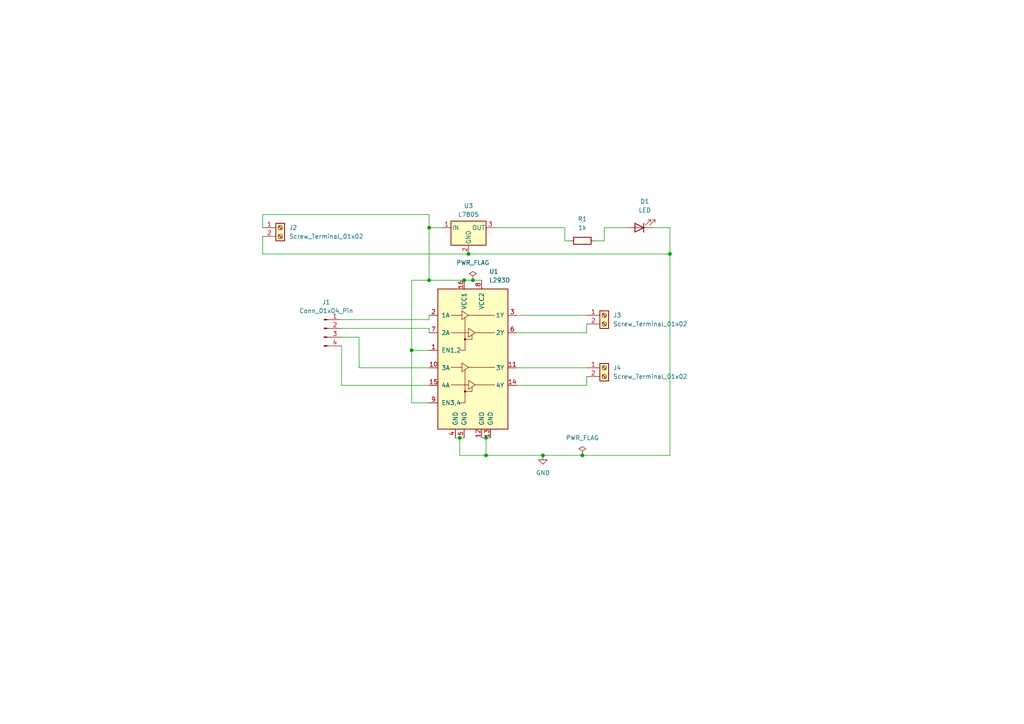
<source format=kicad_sch>
(kicad_sch (version 20250114) (generator "eeschema") (generator_version "9.0")
  (paper "A4")
  (lib_symbols
    (symbol "Connector:Conn_01x04_Pin" (pin_names (offset 1.016) (hide yes))
      (property "Reference" "J" (at 0 5.08 0))
      (property "Value" "Conn_01x04_Pin" (at 0 -7.62 0))
      (symbol "Conn_01x04_Pin_1_1"
        (rectangle (start 0.8636 2.667) (end 0 2.413) (stroke (width 0.1524)) (fill (type outline)))
        (rectangle (start 0.8636 0.127) (end 0 -0.127) (stroke (width 0.1524)) (fill (type outline)))
        (rectangle (start 0.8636 -2.413) (end 0 -2.667) (stroke (width 0.1524)) (fill (type outline)))
        (rectangle (start 0.8636 -4.953) (end 0 -5.207) (stroke (width 0.1524)) (fill (type outline)))
        (polyline (pts (xy 1.27 2.54) (xy 0.8636 2.54)) (stroke (width 0.1524)))
        (polyline (pts (xy 1.27 0) (xy 0.8636 0)) (stroke (width 0.1524)))
        (polyline (pts (xy 1.27 -2.54) (xy 0.8636 -2.54)) (stroke (width 0.1524)))
        (polyline (pts (xy 1.27 -5.08) (xy 0.8636 -5.08)) (stroke (width 0.1524)))
        (pin passive line (at 5.08 2.54 180) (length 3.81) (name "Pin_1") (number "1"))
        (pin passive line (at 5.08 0 180) (length 3.81) (name "Pin_2") (number "2"))
        (pin passive line (at 5.08 -2.54 180) (length 3.81) (name "Pin_3") (number "3"))
        (pin passive line (at 5.08 -5.08 180) (length 3.81) (name "Pin_4") (number "4"))
      )
    )
    (symbol "Connector:Screw_Terminal_01x02" (pin_names (offset 1.016) (hide yes))
      (property "Reference" "J" (at 0 2.54 0))
      (property "Value" "Screw_Terminal_01x02" (at 0 -5.08 0))
      (symbol "Screw_Terminal_01x02_1_1"
        (rectangle (start -1.27 1.27) (end 1.27 -3.81) (stroke (width 0.254)) (fill (type background)))
        (polyline (pts (xy -0.5334 0.3302) (xy 0.3302 -0.508)) (stroke (width 0.1524)))
        (polyline (pts (xy -0.5334 -2.2098) (xy 0.3302 -3.048)) (stroke (width 0.1524)))
        (polyline (pts (xy -0.3556 0.508) (xy 0.508 -0.3302)) (stroke (width 0.1524)))
        (polyline (pts (xy -0.3556 -2.032) (xy 0.508 -2.8702)) (stroke (width 0.1524)))
        (circle (center 0 0) (radius 0.635) (stroke (width 0.1524)))
        (circle (center 0 -2.54) (radius 0.635) (stroke (width 0.1524)))
        (pin passive line (at -5.08 0 0) (length 3.81) (name "Pin_1") (number "1"))
        (pin passive line (at -5.08 -2.54 0) (length 3.81) (name "Pin_2") (number "2"))
      )
    )
    (symbol "Device:LED" (pin_numbers (hide yes)) (pin_names (offset 1.016) (hide yes))
      (property "Reference" "D" (at 0 2.54 0))
      (property "Value" "LED" (at 0 -2.54 0))
      (symbol "LED_0_1"
        (polyline (pts (xy -3.048 -0.762) (xy -4.572 -2.286) (xy -3.81 -2.286) (xy -4.572 -2.286) (xy -4.572 -1.524)))
        (polyline (pts (xy -1.778 -0.762) (xy -3.302 -2.286) (xy -2.54 -2.286) (xy -3.302 -2.286) (xy -3.302 -1.524)))
        (polyline (pts (xy -1.27 0) (xy 1.27 0)))
        (polyline (pts (xy -1.27 -1.27) (xy -1.27 1.27)) (stroke (width 0.254)))
        (polyline (pts (xy 1.27 -1.27) (xy 1.27 1.27) (xy -1.27 0) (xy 1.27 -1.27)) (stroke (width 0.254)))
      )
      (symbol "LED_1_1"
        (pin passive line (at -3.81 0 0) (length 2.54) (name "K") (number "1"))
        (pin passive line (at 3.81 0 180) (length 2.54) (name "A") (number "2"))
      )
    )
    (symbol "Device:R" (pin_numbers (hide yes)) (pin_names (offset 0))
      (property "Reference" "R" (at 2.032 0 90))
      (property "Value" "R" (at 0 0 90))
      (symbol "R_0_1"
        (rectangle (start -1.016 -2.54) (end 1.016 2.54) (stroke (width 0.254)))
      )
      (symbol "R_1_1"
        (pin passive line (at 0 3.81 270) (length 1.27) (name "~") (number "1"))
        (pin passive line (at 0 -3.81 90) (length 1.27) (name "~") (number "2"))
      )
    )
    (symbol "Driver_Motor:L293D" (pin_names (offset 1.016))
      (property "Reference" "U" (at -5.08 26.035 0))
      (property "Value" "L293D" (at -5.08 24.13 0))
      (symbol "L293D_0_1"
        (rectangle (start -10.16 22.86) (end 10.16 -17.78) (stroke (width 0.254)) (fill (type background)))
        (polyline (pts (xy -6.35 15.24) (xy -3.175 15.24)))
        (polyline (pts (xy -6.35 10.16) (xy -1.27 10.16)))
        (polyline (pts (xy -6.35 0.127) (xy -3.175 0.127)))
        (polyline (pts (xy -6.35 -4.953) (xy -1.27 -4.953)))
        (polyline (pts (xy -3.175 16.51) (xy -3.175 13.97) (xy -1.27 15.24) (xy -3.175 16.51)))
        (polyline (pts (xy -3.175 1.397) (xy -3.175 -1.143) (xy -1.27 0.127) (xy -3.175 1.397)))
        (polyline (pts (xy -2.286 14.478) (xy -2.286 5.08) (xy -3.556 5.08)))
        (circle (center -2.286 8.255) (radius 0.254) (fill (type outline)))
        (polyline (pts (xy -2.286 8.255) (xy -0.254 8.255) (xy -0.254 9.525)))
        (polyline (pts (xy -2.286 -0.635) (xy -2.286 -10.16) (xy -3.556 -10.16)))
        (circle (center -2.286 -6.858) (radius 0.254) (fill (type outline)))
        (polyline (pts (xy -2.286 -6.858) (xy -0.254 -6.858) (xy -0.254 -5.588)))
        (polyline (pts (xy -1.27 15.24) (xy 6.35 15.24)))
        (polyline (pts (xy -1.27 11.43) (xy -1.27 8.89) (xy 0.635 10.16) (xy -1.27 11.43)))
        (polyline (pts (xy -1.27 0.127) (xy 6.35 0.127)))
        (polyline (pts (xy -1.27 -3.683) (xy -1.27 -6.223) (xy 0.635 -4.953) (xy -1.27 -3.683)))
        (polyline (pts (xy 0.635 10.16) (xy 6.35 10.16)))
        (polyline (pts (xy 0.635 -4.953) (xy 6.35 -4.953)))
      )
      (symbol "L293D_1_1"
        (pin input line (at -12.7 15.24 0) (length 2.54) (name "1A") (number "2"))
        (pin input line (at -12.7 10.16 0) (length 2.54) (name "2A") (number "7"))
        (pin input line (at -12.7 5.08 0) (length 2.54) (name "EN1,2") (number "1"))
        (pin input line (at -12.7 0 0) (length 2.54) (name "3A") (number "10"))
        (pin input line (at -12.7 -5.08 0) (length 2.54) (name "4A") (number "15"))
        (pin input line (at -12.7 -10.16 0) (length 2.54) (name "EN3,4") (number "9"))
        (pin power_in line (at -5.08 -20.32 90) (length 2.54) (name "GND") (number "4"))
        (pin power_in line (at -2.54 25.4 270) (length 2.54) (name "VCC1") (number "16"))
        (pin power_in line (at -2.54 -20.32 90) (length 2.54) (name "GND") (number "5"))
        (pin power_in line (at 2.54 25.4 270) (length 2.54) (name "VCC2") (number "8"))
        (pin power_in line (at 2.54 -20.32 90) (length 2.54) (name "GND") (number "12"))
        (pin power_in line (at 5.08 -20.32 90) (length 2.54) (name "GND") (number "13"))
        (pin output line (at 12.7 15.24 180) (length 2.54) (name "1Y") (number "3"))
        (pin output line (at 12.7 10.16 180) (length 2.54) (name "2Y") (number "6"))
        (pin output line (at 12.7 0 180) (length 2.54) (name "3Y") (number "11"))
        (pin output line (at 12.7 -5.08 180) (length 2.54) (name "4Y") (number "14"))
      )
    )
    (symbol "Regulator_Linear:L7805" (pin_names (offset 0.254))
      (property "Reference" "U" (at -3.81 3.175 0))
      (property "Value" "L7805" (at 0 3.175 0))
      (symbol "L7805_0_1"
        (rectangle (start -5.08 1.905) (end 5.08 -5.08) (stroke (width 0.254)) (fill (type background)))
      )
      (symbol "L7805_1_1"
        (pin power_in line (at -7.62 0 0) (length 2.54) (name "IN") (number "1"))
        (pin power_in line (at 0 -7.62 90) (length 2.54) (name "GND") (number "2"))
        (pin power_out line (at 7.62 0 180) (length 2.54) (name "OUT") (number "3"))
      )
    )
    (symbol "power:GND" (power) (pin_numbers (hide yes)) (pin_names (offset 0) (hide yes))
      (property "Value" "GND" (at 0 -3.81 0))
      (symbol "GND_0_1"
        (polyline (pts (xy 0 0) (xy 0 -1.27) (xy 1.27 -1.27) (xy 0 -2.54) (xy -1.27 -1.27) (xy 0 -1.27)))
      )
      (symbol "GND_1_1"
        (pin power_in line (at 0 0 270) (length 0) (name "~") (number "1"))
      )
    )
    (symbol "power:PWR_FLAG" (power) (pin_numbers (hide yes)) (pin_names (offset 0) (hide yes))
      (property "Value" "PWR_FLAG" (at 0 3.81 0))
      (symbol "PWR_FLAG_0_0"
        (pin power_out line (at 0 0 90) (length 0) (name "~") (number "1"))
      )
      (symbol "PWR_FLAG_0_1"
        (polyline (pts (xy 0 0) (xy 0 1.27) (xy -1.016 1.905) (xy 0 2.54) (xy 1.016 1.905) (xy 0 1.27)))
      )
    )
  )
  (junction (at 157.48 132.08))
  (junction (at 124.46 66.04))
  (junction (at 124.46 81.28))
  (junction (at 133.35 127))
  (junction (at 135.89 73.66))
  (junction (at 140.97 132.08))
  (junction (at 194.31 73.66))
  (junction (at 119.38 101.6))
  (junction (at 134.62 81.28))
  (junction (at 168.91 132.08))
  (junction (at 140.97 127))
  (junction (at 137.16 81.28))
  (wire (pts (xy 149.86 106.68) (xy 170.18 106.68)))
  (wire (pts (xy 194.31 66.04) (xy 194.31 73.66)))
  (wire (pts (xy 170.18 96.52) (xy 170.18 93.98)))
  (wire (pts (xy 99.06 100.33) (xy 99.06 111.76)))
  (wire (pts (xy 124.46 62.23) (xy 124.46 66.04)))
  (wire (pts (xy 124.46 95.25) (xy 124.46 96.52)))
  (wire (pts (xy 170.18 111.76) (xy 170.18 109.22)))
  (wire (pts (xy 140.97 127) (xy 142.24 127)))
  (wire (pts (xy 99.06 92.71) (xy 124.46 92.71)))
  (wire (pts (xy 133.35 127) (xy 133.35 132.08)))
  (wire (pts (xy 140.97 132.08) (xy 133.35 132.08)))
  (wire (pts (xy 76.2 62.23) (xy 124.46 62.23)))
  (wire (pts (xy 119.38 101.6) (xy 124.46 101.6)))
  (wire (pts (xy 175.26 69.85) (xy 175.26 66.04)))
  (wire (pts (xy 139.7 127) (xy 140.97 127)))
  (wire (pts (xy 119.38 101.6) (xy 119.38 81.28)))
  (wire (pts (xy 135.89 73.66) (xy 194.31 73.66)))
  (wire (pts (xy 140.97 127) (xy 140.97 132.08)))
  (wire (pts (xy 124.46 66.04) (xy 124.46 81.28)))
  (wire (pts (xy 99.06 111.76) (xy 124.46 111.76)))
  (wire (pts (xy 76.2 68.58) (xy 76.2 73.66)))
  (wire (pts (xy 124.46 106.68) (xy 104.14 106.68)))
  (wire (pts (xy 189.23 66.04) (xy 194.31 66.04)))
  (wire (pts (xy 175.26 66.04) (xy 181.61 66.04)))
  (wire (pts (xy 149.86 96.52) (xy 170.18 96.52)))
  (wire (pts (xy 76.2 66.04) (xy 76.2 62.23)))
  (wire (pts (xy 172.72 69.85) (xy 175.26 69.85)))
  (wire (pts (xy 76.2 73.66) (xy 135.89 73.66)))
  (wire (pts (xy 104.14 106.68) (xy 104.14 97.79)))
  (wire (pts (xy 157.48 132.08) (xy 140.97 132.08)))
  (wire (pts (xy 133.35 127) (xy 134.62 127)))
  (wire (pts (xy 128.27 66.04) (xy 124.46 66.04)))
  (wire (pts (xy 168.91 132.08) (xy 157.48 132.08)))
  (wire (pts (xy 194.31 132.08) (xy 168.91 132.08)))
  (wire (pts (xy 149.86 111.76) (xy 170.18 111.76)))
  (wire (pts (xy 132.08 127) (xy 133.35 127)))
  (wire (pts (xy 137.16 81.28) (xy 139.7 81.28)))
  (wire (pts (xy 163.83 69.85) (xy 163.83 66.04)))
  (wire (pts (xy 119.38 81.28) (xy 124.46 81.28)))
  (wire (pts (xy 163.83 66.04) (xy 143.51 66.04)))
  (wire (pts (xy 124.46 81.28) (xy 134.62 81.28)))
  (wire (pts (xy 134.62 81.28) (xy 137.16 81.28)))
  (wire (pts (xy 149.86 91.44) (xy 170.18 91.44)))
  (wire (pts (xy 124.46 116.84) (xy 119.38 116.84)))
  (wire (pts (xy 119.38 116.84) (xy 119.38 101.6)))
  (wire (pts (xy 104.14 97.79) (xy 99.06 97.79)))
  (wire (pts (xy 124.46 92.71) (xy 124.46 91.44)))
  (wire (pts (xy 194.31 73.66) (xy 194.31 132.08)))
  (wire (pts (xy 99.06 95.25) (xy 124.46 95.25)))
  (wire (pts (xy 163.83 69.85) (xy 165.1 69.85)))
  (symbol (lib_id "Connector:Screw_Terminal_01x02") (at 175.26 91.44 0) (unit 1)
    (property "Reference" "J3" (at 177.8 91.4399 0) (effects (justify left)))
    (property "Value" "Screw_Terminal_01x02" (at 177.8 93.9799 0) (effects (justify left)))
    (property "Footprint" "TerminalBlock_Phoenix:TerminalBlock_Phoenix_MKDS-1,5-2-5.08_1x02_P5.08mm_Horizontal" (effects (hide yes)))
    (property "Description" "Generic screw terminal, single row, 01x02, script generated (kicad-library-utils/schlib/autogen/connector/)" (effects (hide yes)))
  )
  (symbol (lib_id "Driver_Motor:L293D") (at 137.16 106.68 0) (unit 1)
    (property "Reference" "U1" (at 141.8433 78.74 0) (effects (justify left)))
    (property "Value" "L293D" (at 141.8433 81.28 0) (effects (justify left)))
    (property "Footprint" "Package_DIP:DIP-16_W7.62mm" (effects (hide yes)))
    (property "Datasheet" "http://www.ti.com/lit/ds/symlink/l293.pdf" (effects (hide yes)))
    (property "Description" "Quadruple Half-H Drivers" (effects (hide yes)))
  )
  (symbol (lib_id "power:PWR_FLAG") (at 137.16 81.28 0) (unit 1)
    (property "Reference" "#FLG02" (effects (hide yes)))
    (property "Value" "PWR_FLAG" (at 137.16 76.2 0))
    (property "Description" "Special symbol for telling ERC where power comes from" (effects (hide yes)))
  )
  (symbol (lib_id "Device:LED") (at 185.42 66.04 180) (unit 1)
    (property "Reference" "D1" (at 187.0075 58.42 0))
    (property "Value" "LED" (at 187.0075 60.96 0))
    (property "Footprint" "LED_THT:LED_D3.0mm" (effects (hide yes)))
    (property "Description" "Light emitting diode" (effects (hide yes)))
    (property "Sim.Pins" "1=K 2=A" (effects (hide yes)))
  )
  (symbol (lib_id "power:PWR_FLAG") (at 168.91 132.08 0) (unit 1)
    (property "Reference" "#FLG01" (effects (hide yes)))
    (property "Value" "PWR_FLAG" (at 168.91 127 0))
    (property "Description" "Special symbol for telling ERC where power comes from" (effects (hide yes)))
  )
  (symbol (lib_id "Connector:Screw_Terminal_01x02") (at 81.28 66.04 0) (unit 1)
    (property "Reference" "J2" (at 83.82 66.0399 0) (effects (justify left)))
    (property "Value" "Screw_Terminal_01x02" (at 83.82 68.5799 0) (effects (justify left)))
    (property "Footprint" "TerminalBlock_Phoenix:TerminalBlock_Phoenix_MKDS-1,5-2-5.08_1x02_P5.08mm_Horizontal" (effects (hide yes)))
    (property "Description" "Generic screw terminal, single row, 01x02, script generated (kicad-library-utils/schlib/autogen/connector/)" (effects (hide yes)))
  )
  (symbol (lib_id "Regulator_Linear:L7805") (at 135.89 66.04 0) (unit 1)
    (property "Reference" "U3" (at 135.89 59.69 0))
    (property "Value" "L7805" (at 135.89 62.23 0))
    (property "Footprint" "Package_TO_SOT_THT:TO-220-3_Vertical" (effects (hide yes)))
    (property "Datasheet" "http://www.st.com/content/ccc/resource/technical/document/datasheet/41/4f/b3/b0/12/d4/47/88/CD00000444.pdf/files/CD00000444.pdf/jcr:content/translations/en.CD00000444.pdf" (effects (hide yes)))
    (property "Description" "Positive 1.5A 35V Linear Regulator, Fixed Output 5V, TO-220/TO-263/TO-252" (effects (hide yes)))
  )
  (symbol (lib_id "power:GND") (at 157.48 132.08 0) (unit 1)
    (property "Reference" "#PWR01" (effects (hide yes)))
    (property "Value" "GND" (at 157.48 137.16 0))
    (property "Description" "Power symbol creates a global label with name \"GND\" , ground" (effects (hide yes)))
  )
  (symbol (lib_id "Connector:Screw_Terminal_01x02") (at 175.26 106.68 0) (unit 1)
    (property "Reference" "J4" (at 177.8 106.6799 0) (effects (justify left)))
    (property "Value" "Screw_Terminal_01x02" (at 177.8 109.2199 0) (effects (justify left)))
    (property "Footprint" "TerminalBlock_Phoenix:TerminalBlock_Phoenix_MKDS-1,5-2-5.08_1x02_P5.08mm_Horizontal" (effects (hide yes)))
    (property "Description" "Generic screw terminal, single row, 01x02, script generated (kicad-library-utils/schlib/autogen/connector/)" (effects (hide yes)))
  )
  (symbol (lib_id "Connector:Conn_01x04_Pin") (at 93.98 95.25 0) (unit 1)
    (property "Reference" "J1" (at 94.615 87.63 0))
    (property "Value" "Conn_01x04_Pin" (at 94.615 90.17 0))
    (property "Footprint" "Connector:FanPinHeader_1x04_P2.54mm_Vertical" (effects (hide yes)))
    (property "Description" "Generic connector, single row, 01x04, script generated" (effects (hide yes)))
  )
  (symbol (lib_id "Device:R") (at 168.91 69.85 90) (unit 1)
    (property "Reference" "R1" (at 168.91 63.5 90))
    (property "Value" "1k" (at 168.91 66.04 90))
    (property "Footprint" "Resistor_THT:R_Axial_DIN0204_L3.6mm_D1.6mm_P5.08mm_Horizontal" (effects (hide yes)))
    (property "Description" "Resistor" (effects (hide yes)))
  )
)
</source>
